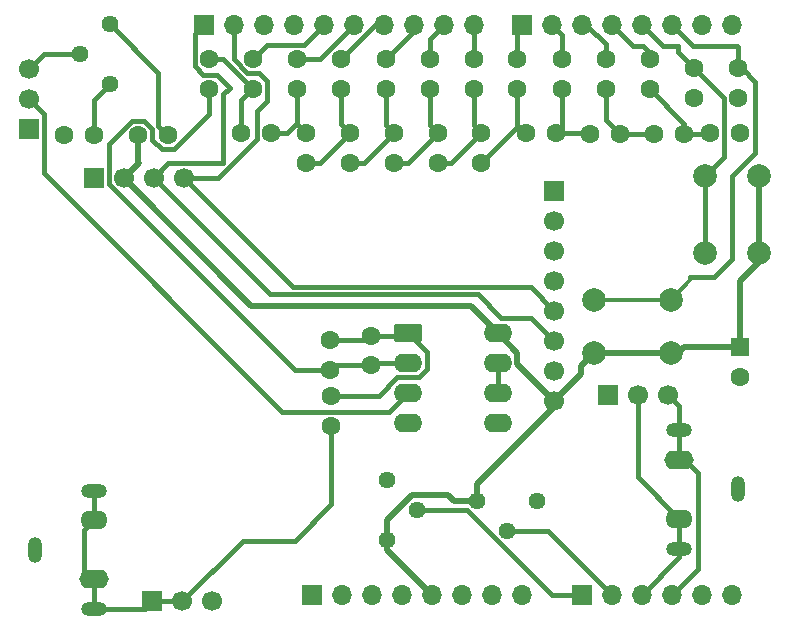
<source format=gbr>
%TF.GenerationSoftware,KiCad,Pcbnew,9.0.7*%
%TF.CreationDate,2026-02-04T15:49:07-07:00*%
%TF.ProjectId,Uno_Shield_DSP_Class_v1,556e6f5f-5368-4696-956c-645f4453505f,rev?*%
%TF.SameCoordinates,Original*%
%TF.FileFunction,Copper,L1,Top*%
%TF.FilePolarity,Positive*%
%FSLAX46Y46*%
G04 Gerber Fmt 4.6, Leading zero omitted, Abs format (unit mm)*
G04 Created by KiCad (PCBNEW 9.0.7) date 2026-02-04 15:49:07*
%MOMM*%
%LPD*%
G01*
G04 APERTURE LIST*
G04 Aperture macros list*
%AMRoundRect*
0 Rectangle with rounded corners*
0 $1 Rounding radius*
0 $2 $3 $4 $5 $6 $7 $8 $9 X,Y pos of 4 corners*
0 Add a 4 corners polygon primitive as box body*
4,1,4,$2,$3,$4,$5,$6,$7,$8,$9,$2,$3,0*
0 Add four circle primitives for the rounded corners*
1,1,$1+$1,$2,$3*
1,1,$1+$1,$4,$5*
1,1,$1+$1,$6,$7*
1,1,$1+$1,$8,$9*
0 Add four rect primitives between the rounded corners*
20,1,$1+$1,$2,$3,$4,$5,0*
20,1,$1+$1,$4,$5,$6,$7,0*
20,1,$1+$1,$6,$7,$8,$9,0*
20,1,$1+$1,$8,$9,$2,$3,0*%
G04 Aperture macros list end*
%TA.AperFunction,ComponentPad*%
%ADD10R,1.700000X1.700000*%
%TD*%
%TA.AperFunction,ComponentPad*%
%ADD11O,1.700000X1.700000*%
%TD*%
%TA.AperFunction,ComponentPad*%
%ADD12C,1.600000*%
%TD*%
%TA.AperFunction,ComponentPad*%
%ADD13C,2.000000*%
%TD*%
%TA.AperFunction,ComponentPad*%
%ADD14C,1.700000*%
%TD*%
%TA.AperFunction,ComponentPad*%
%ADD15O,2.200000X1.200000*%
%TD*%
%TA.AperFunction,ComponentPad*%
%ADD16O,2.300000X1.600000*%
%TD*%
%TA.AperFunction,ComponentPad*%
%ADD17O,1.200000X2.200000*%
%TD*%
%TA.AperFunction,ComponentPad*%
%ADD18O,2.500000X1.600000*%
%TD*%
%TA.AperFunction,ComponentPad*%
%ADD19RoundRect,0.250000X-0.550000X0.550000X-0.550000X-0.550000X0.550000X-0.550000X0.550000X0.550000X0*%
%TD*%
%TA.AperFunction,ComponentPad*%
%ADD20C,1.440000*%
%TD*%
%TA.AperFunction,ComponentPad*%
%ADD21RoundRect,0.250000X-0.950000X-0.550000X0.950000X-0.550000X0.950000X0.550000X-0.950000X0.550000X0*%
%TD*%
%TA.AperFunction,ComponentPad*%
%ADD22O,2.400000X1.600000*%
%TD*%
%TA.AperFunction,Conductor*%
%ADD23C,0.508000*%
%TD*%
%TA.AperFunction,Conductor*%
%ADD24C,0.381000*%
%TD*%
%TA.AperFunction,Conductor*%
%ADD25C,0.304800*%
%TD*%
G04 APERTURE END LIST*
D10*
%TO.P,J1,1,Pin_1*%
%TO.N,unconnected-(J1-Pin_1-Pad1)*%
X127940000Y-97460000D03*
D11*
%TO.P,J1,2,Pin_2*%
%TO.N,/IOREF*%
X130480000Y-97460000D03*
%TO.P,J1,3,Pin_3*%
%TO.N,/~{RESET}*%
X133020000Y-97460000D03*
%TO.P,J1,4,Pin_4*%
%TO.N,+3V3*%
X135560000Y-97460000D03*
%TO.P,J1,5,Pin_5*%
%TO.N,+5V*%
X138100000Y-97460000D03*
%TO.P,J1,6,Pin_6*%
%TO.N,GND*%
X140640000Y-97460000D03*
%TO.P,J1,7,Pin_7*%
X143180000Y-97460000D03*
%TO.P,J1,8,Pin_8*%
%TO.N,VCC*%
X145720000Y-97460000D03*
%TD*%
D10*
%TO.P,J3,1,Pin_1*%
%TO.N,/A0*%
X150800000Y-97460000D03*
D11*
%TO.P,J3,2,Pin_2*%
%TO.N,/A1*%
X153340000Y-97460000D03*
%TO.P,J3,3,Pin_3*%
%TO.N,/IN_RIGHT*%
X155880000Y-97460000D03*
%TO.P,J3,4,Pin_4*%
%TO.N,/IN_LEFT*%
X158420000Y-97460000D03*
%TO.P,J3,5,Pin_5*%
%TO.N,/SDA{slash}A4*%
X160960000Y-97460000D03*
%TO.P,J3,6,Pin_6*%
%TO.N,/SCL{slash}A5*%
X163500000Y-97460000D03*
%TD*%
D10*
%TO.P,J2,1,Pin_1*%
%TO.N,/SCL*%
X118796000Y-49200000D03*
D11*
%TO.P,J2,2,Pin_2*%
%TO.N,/SDA*%
X121336000Y-49200000D03*
%TO.P,J2,3,Pin_3*%
%TO.N,/AREF*%
X123876000Y-49200000D03*
%TO.P,J2,4,Pin_4*%
%TO.N,GND*%
X126416000Y-49200000D03*
%TO.P,J2,5,Pin_5*%
%TO.N,/D9*%
X128956000Y-49200000D03*
%TO.P,J2,6,Pin_6*%
%TO.N,/D8*%
X131496000Y-49200000D03*
%TO.P,J2,7,Pin_7*%
%TO.N,/D7*%
X134036000Y-49200000D03*
%TO.P,J2,8,Pin_8*%
%TO.N,/D6*%
X136576000Y-49200000D03*
%TO.P,J2,9,Pin_9*%
%TO.N,/D5*%
X139116000Y-49200000D03*
%TO.P,J2,10,Pin_10*%
%TO.N,/D4*%
X141656000Y-49200000D03*
%TD*%
D10*
%TO.P,J4,1,Pin_1*%
%TO.N,/D3*%
X145720000Y-49200000D03*
D11*
%TO.P,J4,2,Pin_2*%
%TO.N,/D2*%
X148260000Y-49200000D03*
%TO.P,J4,3,Pin_3*%
%TO.N,/D1*%
X150800000Y-49200000D03*
%TO.P,J4,4,Pin_4*%
%TO.N,/D0*%
X153340000Y-49200000D03*
%TO.P,J4,5,Pin_5*%
%TO.N,/BT2*%
X155880000Y-49200000D03*
%TO.P,J4,6,Pin_6*%
%TO.N,/BT1*%
X158420000Y-49200000D03*
%TO.P,J4,7,Pin_7*%
%TO.N,/TX{slash}1*%
X160960000Y-49200000D03*
%TO.P,J4,8,Pin_8*%
%TO.N,/RX{slash}0*%
X163500000Y-49200000D03*
%TD*%
D12*
%TO.P,R9,1*%
%TO.N,Net-(R10-Pad1)*%
X146066703Y-58335164D03*
%TO.P,R9,2*%
%TO.N,Net-(R7-Pad1)*%
X148606703Y-58335164D03*
%TD*%
%TO.P,R13,1*%
%TO.N,Net-(R13-Pad1)*%
X138625738Y-58356971D03*
%TO.P,R13,2*%
%TO.N,Net-(R11-Pad1)*%
X138625738Y-60896971D03*
%TD*%
%TO.P,R14,1*%
%TO.N,Net-(R13-Pad1)*%
X137925567Y-54596666D03*
%TO.P,R14,2*%
%TO.N,/D5*%
X137925567Y-52056666D03*
%TD*%
%TO.P,R18,1*%
%TO.N,Net-(R17-Pad1)*%
X130457533Y-54596666D03*
%TO.P,R18,2*%
%TO.N,/D7*%
X130457533Y-52056666D03*
%TD*%
%TO.P,R4,1*%
%TO.N,Net-(R3-Pad2)*%
X156593772Y-54631147D03*
%TO.P,R4,2*%
%TO.N,/D0*%
X156593772Y-52091147D03*
%TD*%
%TO.P,R15,1*%
%TO.N,Net-(R15-Pad1)*%
X134928937Y-58332161D03*
%TO.P,R15,2*%
%TO.N,Net-(R13-Pad1)*%
X134928937Y-60872161D03*
%TD*%
%TO.P,R19,1*%
%TO.N,Net-(R19-Pad1)*%
X127460903Y-58332161D03*
%TO.P,R19,2*%
%TO.N,Net-(R17-Pad1)*%
X127460903Y-60872161D03*
%TD*%
%TO.P,C2,1*%
%TO.N,Net-(U1A--)*%
X133000000Y-78000000D03*
%TO.P,C2,2*%
%TO.N,Net-(C2-Pad2)*%
X133000000Y-75500000D03*
%TD*%
%TO.P,R7,1*%
%TO.N,Net-(R7-Pad1)*%
X151504981Y-58409597D03*
%TO.P,R7,2*%
%TO.N,Net-(R5-Pad1)*%
X154044981Y-58409597D03*
%TD*%
%TO.P,R21,1*%
%TO.N,Net-(R21-Pad1)*%
X121990805Y-58336996D03*
%TO.P,R21,2*%
%TO.N,Net-(R19-Pad1)*%
X124530805Y-58336996D03*
%TD*%
D13*
%TO.P,SW2,1,1*%
%TO.N,+5V*%
X165785091Y-61970146D03*
X165785091Y-68470146D03*
%TO.P,SW2,2,2*%
%TO.N,/BT2*%
X161285091Y-61970146D03*
X161285091Y-68470146D03*
%TD*%
D12*
%TO.P,R20,1*%
%TO.N,Net-(R19-Pad1)*%
X126711111Y-54621477D03*
%TO.P,R20,2*%
%TO.N,/D8*%
X126711111Y-52081477D03*
%TD*%
%TO.P,R6,1*%
%TO.N,Net-(R5-Pad1)*%
X152847350Y-54606336D03*
%TO.P,R6,2*%
%TO.N,/D1*%
X152847350Y-52066336D03*
%TD*%
D10*
%TO.P,J7,1,Pin_1*%
%TO.N,/AUDIO_OUT*%
X114460000Y-98000000D03*
D14*
%TO.P,J7,2,Pin_2*%
X117000000Y-98000000D03*
%TO.P,J7,3,Pin_3*%
%TO.N,GND*%
X119540000Y-98000000D03*
%TD*%
D12*
%TO.P,R10,1*%
%TO.N,Net-(R10-Pad1)*%
X145362075Y-54642503D03*
%TO.P,R10,2*%
%TO.N,/D3*%
X145362075Y-52102503D03*
%TD*%
D10*
%TO.P,J5,1,Pin_1*%
%TO.N,unconnected-(J5-Pin_1-Pad1)*%
X148457417Y-63237225D03*
D14*
%TO.P,J5,2,Pin_2*%
%TO.N,unconnected-(J5-Pin_2-Pad2)*%
X148457417Y-65777225D03*
%TO.P,J5,3,Pin_3*%
%TO.N,unconnected-(J5-Pin_3-Pad3)*%
X148457417Y-68317225D03*
%TO.P,J5,4,Pin_4*%
%TO.N,unconnected-(J5-Pin_4-Pad4)*%
X148457417Y-70857225D03*
%TO.P,J5,5,Pin_5*%
%TO.N,/SDA*%
X148457417Y-73397225D03*
%TO.P,J5,6,Pin_6*%
%TO.N,/SCL*%
X148457417Y-75937225D03*
%TO.P,J5,7,Pin_7*%
%TO.N,GND*%
X148457417Y-78477225D03*
%TO.P,J5,8,Pin_8*%
%TO.N,+5V*%
X148457417Y-81017225D03*
%TD*%
D12*
%TO.P,R26,1*%
%TO.N,Net-(R26-Pad1)*%
X109509523Y-58523076D03*
%TO.P,R26,2*%
%TO.N,GND*%
X106969523Y-58523076D03*
%TD*%
D15*
%TO.P,J11,R*%
%TO.N,/AUDIO_OUT*%
X109489660Y-88639587D03*
D16*
%TO.P,J11,RN*%
X109489660Y-91139587D03*
D17*
%TO.P,J11,S*%
%TO.N,GND*%
X104489660Y-93639587D03*
D15*
%TO.P,J11,T*%
%TO.N,/AUDIO_OUT*%
X109489660Y-98639587D03*
D18*
%TO.P,J11,TN*%
X109489660Y-96139587D03*
%TD*%
D12*
%TO.P,R5,1*%
%TO.N,Net-(R5-Pad1)*%
X156971025Y-58409597D03*
%TO.P,R5,2*%
%TO.N,Net-(R3-Pad2)*%
X159511025Y-58409597D03*
%TD*%
D19*
%TO.P,C1,1*%
%TO.N,+5V*%
X164216336Y-76500000D03*
D12*
%TO.P,C1,2*%
%TO.N,GND*%
X164216336Y-79000000D03*
%TD*%
%TO.P,R24,1*%
%TO.N,Net-(C2-Pad2)*%
X129532183Y-75882242D03*
%TO.P,R24,2*%
%TO.N,Net-(U1A--)*%
X129532183Y-78422242D03*
%TD*%
%TO.P,R12,1*%
%TO.N,Net-(R11-Pad1)*%
X141671990Y-54646288D03*
%TO.P,R12,2*%
%TO.N,/D4*%
X141671990Y-52106288D03*
%TD*%
D13*
%TO.P,SW1,1,1*%
%TO.N,+5V*%
X158343155Y-76967040D03*
X151843155Y-76967040D03*
%TO.P,SW1,2,2*%
%TO.N,/BT1*%
X158343155Y-72467040D03*
X151843155Y-72467040D03*
%TD*%
D12*
%TO.P,R11,1*%
%TO.N,Net-(R11-Pad1)*%
X142322539Y-58356971D03*
%TO.P,R11,2*%
%TO.N,Net-(R10-Pad1)*%
X142322539Y-60896971D03*
%TD*%
%TO.P,R22,1*%
%TO.N,Net-(R21-Pad1)*%
X122989499Y-54596666D03*
%TO.P,R22,2*%
%TO.N,/D9*%
X122989499Y-52056666D03*
%TD*%
D10*
%TO.P,J12,1,Pin_1*%
%TO.N,GND*%
X153000000Y-80500000D03*
D14*
%TO.P,J12,2,Pin_2*%
%TO.N,/IN_RIGHT*%
X155540000Y-80500000D03*
%TO.P,J12,3,Pin_3*%
%TO.N,/IN_LEFT*%
X158080000Y-80500000D03*
%TD*%
D12*
%TO.P,R1,1*%
%TO.N,/BT1*%
X164070207Y-52876007D03*
%TO.P,R1,2*%
%TO.N,GND*%
X164070207Y-55416007D03*
%TD*%
%TO.P,R27,1*%
%TO.N,/AUDIO_OUT*%
X129572646Y-83136306D03*
%TO.P,R27,2*%
%TO.N,Net-(C2-Pad2)*%
X129572646Y-80596306D03*
%TD*%
%TO.P,R17,1*%
%TO.N,Net-(R17-Pad1)*%
X131182515Y-58332161D03*
%TO.P,R17,2*%
%TO.N,Net-(R15-Pad1)*%
X131182515Y-60872161D03*
%TD*%
%TO.P,R25,1*%
%TO.N,+5V*%
X113231135Y-58523076D03*
%TO.P,R25,2*%
%TO.N,Net-(R25-Pad2)*%
X115771135Y-58523076D03*
%TD*%
%TO.P,R16,1*%
%TO.N,Net-(R15-Pad1)*%
X134228766Y-54596666D03*
%TO.P,R16,2*%
%TO.N,/D6*%
X134228766Y-52056666D03*
%TD*%
D20*
%TO.P,RV1,1,1*%
%TO.N,+5V*%
X134321116Y-92777815D03*
%TO.P,RV1,2,2*%
%TO.N,/A0*%
X136861116Y-90237815D03*
%TO.P,RV1,3,3*%
%TO.N,GND*%
X134321116Y-87697815D03*
%TD*%
D12*
%TO.P,R2,1*%
%TO.N,/BT2*%
X160348595Y-52868327D03*
%TO.P,R2,2*%
%TO.N,GND*%
X160348595Y-55408327D03*
%TD*%
D21*
%TO.P,U1,1*%
%TO.N,Net-(C2-Pad2)*%
X136097959Y-75293197D03*
D22*
%TO.P,U1,2,-*%
%TO.N,Net-(U1A--)*%
X136097959Y-77833197D03*
%TO.P,U1,3,+*%
%TO.N,Net-(J9-Pin_2)*%
X136097959Y-80373197D03*
%TO.P,U1,4,V-*%
%TO.N,GND*%
X136097959Y-82913197D03*
%TO.P,U1,5,+*%
X143717959Y-82913197D03*
%TO.P,U1,6,-*%
%TO.N,Net-(U1B--)*%
X143717959Y-80373197D03*
%TO.P,U1,7*%
X143717959Y-77833197D03*
%TO.P,U1,8,V+*%
%TO.N,+5V*%
X143717959Y-75293197D03*
%TD*%
D10*
%TO.P,J9,1,Pin_1*%
%TO.N,GND*%
X104000000Y-58000000D03*
D14*
%TO.P,J9,2,Pin_2*%
%TO.N,Net-(J9-Pin_2)*%
X104000000Y-55460000D03*
%TO.P,J9,3,Pin_3*%
%TO.N,Net-(J9-Pin_3)*%
X104000000Y-52920000D03*
%TD*%
D12*
%TO.P,R3,1*%
%TO.N,GND*%
X164181794Y-58372380D03*
%TO.P,R3,2*%
%TO.N,Net-(R3-Pad2)*%
X161641794Y-58372380D03*
%TD*%
D15*
%TO.P,J10,R*%
%TO.N,/IN_RIGHT*%
X159078993Y-93529403D03*
D16*
%TO.P,J10,RN*%
X159078993Y-91029403D03*
D17*
%TO.P,J10,S*%
%TO.N,GND*%
X164078993Y-88529403D03*
D15*
%TO.P,J10,T*%
%TO.N,/IN_LEFT*%
X159078993Y-83529403D03*
D18*
%TO.P,J10,TN*%
X159078993Y-86029403D03*
%TD*%
D20*
%TO.P,RV3,1,1*%
%TO.N,Net-(R25-Pad2)*%
X110835347Y-49116703D03*
%TO.P,RV3,2,2*%
%TO.N,Net-(J9-Pin_3)*%
X108295347Y-51656703D03*
%TO.P,RV3,3,3*%
%TO.N,Net-(R26-Pad1)*%
X110835347Y-54196703D03*
%TD*%
%TO.P,RV2,1,1*%
%TO.N,+5V*%
X141920000Y-89500000D03*
%TO.P,RV2,2,2*%
%TO.N,/A1*%
X144460000Y-92040000D03*
%TO.P,RV2,3,3*%
%TO.N,GND*%
X147000000Y-89500000D03*
%TD*%
D12*
%TO.P,R8,1*%
%TO.N,Net-(R7-Pad1)*%
X149100927Y-54631147D03*
%TO.P,R8,2*%
%TO.N,/D2*%
X149100927Y-52091147D03*
%TD*%
D10*
%TO.P,J6,1,Pin_1*%
%TO.N,GND*%
X109476959Y-62174908D03*
D14*
%TO.P,J6,2,Pin_2*%
%TO.N,+5V*%
X112016959Y-62174908D03*
%TO.P,J6,3,Pin_3*%
%TO.N,/SCL*%
X114556959Y-62174908D03*
%TO.P,J6,4,Pin_4*%
%TO.N,/SDA*%
X117096959Y-62174908D03*
%TD*%
D12*
%TO.P,R23,1*%
%TO.N,Net-(U1A--)*%
X119232234Y-54601501D03*
%TO.P,R23,2*%
%TO.N,Net-(R21-Pad1)*%
X119232234Y-52061501D03*
%TD*%
D23*
%TO.N,+5V*%
X143717959Y-75293197D02*
X145372959Y-76948197D01*
X150750000Y-78060195D02*
X151843155Y-76967040D01*
X158343155Y-76967040D02*
X158967040Y-76967040D01*
X134321116Y-91116114D02*
X136437230Y-89000000D01*
X134321116Y-92777815D02*
X134321116Y-91116114D01*
X141424762Y-73000000D02*
X143717959Y-75293197D01*
X113231135Y-60960732D02*
X113321959Y-60869908D01*
X165785091Y-68470146D02*
X165785091Y-61970146D01*
X136437230Y-89000000D02*
X139500000Y-89000000D01*
X139500000Y-89000000D02*
X140000000Y-89500000D01*
X145372959Y-77932767D02*
X148457417Y-81017225D01*
X113231135Y-58523076D02*
X113231135Y-60960732D01*
X148457417Y-81542583D02*
X141920000Y-88080000D01*
X151843155Y-76967040D02*
X158343155Y-76967040D01*
X150750000Y-78724642D02*
X148457417Y-81017225D01*
X141920000Y-88080000D02*
X141920000Y-89500000D01*
X134321116Y-93681116D02*
X134321116Y-92777815D01*
X112016959Y-62174908D02*
X122842051Y-73000000D01*
X150750000Y-78724642D02*
X150750000Y-78060195D01*
X165785091Y-69285091D02*
X164216336Y-70853846D01*
X140000000Y-89500000D02*
X141920000Y-89500000D01*
X165785091Y-68470146D02*
X165785091Y-69285091D01*
X113231135Y-60960732D02*
X112016959Y-62174908D01*
X122842051Y-73000000D02*
X141424762Y-73000000D01*
X138100000Y-97460000D02*
X134321116Y-93681116D01*
X158967040Y-76967040D02*
X159434080Y-76500000D01*
X164216336Y-70853846D02*
X164216336Y-76500000D01*
X159434080Y-76500000D02*
X164216336Y-76500000D01*
X145372959Y-76948197D02*
X145372959Y-77932767D01*
X148457417Y-81017225D02*
X148457417Y-81542583D01*
D24*
%TO.N,/A0*%
X148308101Y-97460000D02*
X150800000Y-97460000D01*
X136861116Y-90237815D02*
X141085916Y-90237815D01*
X141085916Y-90237815D02*
X148308101Y-97460000D01*
%TO.N,/A1*%
X144460000Y-92040000D02*
X147920000Y-92040000D01*
X147920000Y-92040000D02*
X153340000Y-97460000D01*
%TO.N,/SCL*%
X118738698Y-53410001D02*
X119910001Y-53410001D01*
X146520192Y-74000000D02*
X148457417Y-75937225D01*
X119910001Y-53410001D02*
X121000000Y-54500000D01*
X124382051Y-72000000D02*
X142000000Y-72000000D01*
X114556959Y-62174908D02*
X124382051Y-72000000D01*
X120423382Y-55076618D02*
X120423382Y-60923383D01*
X118040734Y-52712037D02*
X118738698Y-53410001D01*
X115808484Y-60923383D02*
X114556959Y-62174908D01*
X118040734Y-49955266D02*
X118040734Y-52712037D01*
X144000000Y-74000000D02*
X146520192Y-74000000D01*
X118796000Y-49200000D02*
X118040734Y-49955266D01*
X142000000Y-72000000D02*
X144000000Y-74000000D01*
X120423382Y-60923383D02*
X115808484Y-60923383D01*
X121000000Y-54500000D02*
X120423382Y-55076618D01*
%TO.N,/SDA*%
X124180999Y-55625766D02*
X124180999Y-53946130D01*
X146478192Y-71418000D02*
X126340051Y-71418000D01*
X148457417Y-73397225D02*
X146478192Y-71418000D01*
X121336000Y-52088203D02*
X121336000Y-49200000D01*
X122495963Y-53248166D02*
X121336000Y-52088203D01*
X117096959Y-62174908D02*
X119994929Y-62174908D01*
X123339305Y-58830532D02*
X123339305Y-56467460D01*
X123483035Y-53248166D02*
X122495963Y-53248166D01*
X123339305Y-56467460D02*
X124180999Y-55625766D01*
X119994929Y-62174908D02*
X123339305Y-58830532D01*
X117096959Y-62174908D02*
X117544635Y-61727232D01*
X126340051Y-71418000D02*
X117096959Y-62174908D01*
X124180999Y-53946130D02*
X123483035Y-53248166D01*
%TO.N,/BT1*%
X165500000Y-54000000D02*
X165500000Y-60000000D01*
D25*
X151843155Y-72467040D02*
X158343155Y-72467040D01*
D24*
X164000000Y-51000000D02*
X160220000Y-51000000D01*
X165500000Y-60000000D02*
X163500000Y-62000000D01*
X163500000Y-62000000D02*
X163500000Y-69000000D01*
X163500000Y-69000000D02*
X162000000Y-70500000D01*
D25*
X158343155Y-72467040D02*
X160000000Y-70810195D01*
D24*
X164070207Y-51070207D02*
X164000000Y-51000000D01*
D25*
X160000000Y-70810195D02*
X160000000Y-70500000D01*
D24*
X164070207Y-52876007D02*
X164070207Y-51070207D01*
X162000000Y-70500000D02*
X160000000Y-70500000D01*
X164376007Y-52876007D02*
X165500000Y-54000000D01*
X164070207Y-52876007D02*
X164376007Y-52876007D01*
X160220000Y-51000000D02*
X158420000Y-49200000D01*
%TO.N,/BT2*%
X157680000Y-51000000D02*
X155880000Y-49200000D01*
X161285091Y-68470146D02*
X161285091Y-61970146D01*
X162833294Y-55353026D02*
X160348595Y-52868327D01*
X159000000Y-51519732D02*
X159000000Y-51000000D01*
X161285091Y-61970146D02*
X162833294Y-60421943D01*
X162833294Y-60421943D02*
X162833294Y-55353026D01*
X159000000Y-51000000D02*
X157680000Y-51000000D01*
X160348595Y-52868327D02*
X159000000Y-51519732D01*
%TO.N,Net-(C2-Pad2)*%
X137689459Y-78326732D02*
X137689459Y-76884697D01*
X137689459Y-76884697D02*
X136097959Y-75293197D01*
X129532183Y-75882242D02*
X132617758Y-75882242D01*
X129572646Y-80596306D02*
X133632815Y-80596306D01*
X135204424Y-79024697D02*
X136991494Y-79024697D01*
X135891156Y-75500000D02*
X136097959Y-75293197D01*
X132617758Y-75882242D02*
X133000000Y-75500000D01*
X133000000Y-75500000D02*
X135891156Y-75500000D01*
X133632815Y-80596306D02*
X135204424Y-79024697D01*
X136991494Y-79024697D02*
X137689459Y-78326732D01*
%TO.N,Net-(U1A--)*%
X112737599Y-57331576D02*
X110775459Y-59293716D01*
X116264671Y-59714576D02*
X115237741Y-59714576D01*
X129954425Y-78000000D02*
X129532183Y-78422242D01*
X133166803Y-77833197D02*
X133000000Y-78000000D01*
X126508546Y-78422242D02*
X129532183Y-78422242D01*
X110775459Y-59293716D02*
X110775459Y-62689155D01*
X136097959Y-77833197D02*
X133166803Y-77833197D01*
X114422635Y-58029540D02*
X113724671Y-57331576D01*
X115237741Y-59714576D02*
X114422635Y-58899470D01*
X110775459Y-62689155D02*
X126508546Y-78422242D01*
X119232234Y-54601501D02*
X119232234Y-56747013D01*
X113724671Y-57331576D02*
X112737599Y-57331576D01*
X133000000Y-78000000D02*
X129954425Y-78000000D01*
X114422635Y-58899470D02*
X114422635Y-58029540D01*
X119232234Y-56747013D02*
X116264671Y-59714576D01*
%TO.N,/D7*%
X130457533Y-52056666D02*
X133314199Y-49200000D01*
X133314199Y-49200000D02*
X134036000Y-49200000D01*
%TO.N,/D8*%
X126711111Y-52081477D02*
X128614523Y-52081477D01*
X128614523Y-52081477D02*
X131496000Y-49200000D01*
%TO.N,/D9*%
X127266023Y-50889977D02*
X128956000Y-49200000D01*
X122989499Y-52056666D02*
X124156188Y-50889977D01*
X124156188Y-50889977D02*
X127266023Y-50889977D01*
%TO.N,/D6*%
X134228766Y-52056666D02*
X136576000Y-49709432D01*
X136576000Y-49709432D02*
X136576000Y-49200000D01*
%TO.N,/D4*%
X141671990Y-49215990D02*
X141656000Y-49200000D01*
X141671990Y-52106288D02*
X141671990Y-49215990D01*
%TO.N,/D5*%
X137925567Y-50390433D02*
X139116000Y-49200000D01*
X137925567Y-52056666D02*
X137925567Y-50390433D01*
%TO.N,/IN_RIGHT*%
X159078993Y-94261007D02*
X159078993Y-93529403D01*
X159078993Y-91029403D02*
X159078993Y-93529403D01*
X155540000Y-87490410D02*
X155540000Y-80500000D01*
X155880000Y-97460000D02*
X159078993Y-94261007D01*
X159078993Y-91029403D02*
X155540000Y-87490410D01*
%TO.N,/IN_LEFT*%
X159078993Y-86029403D02*
X159078993Y-83529403D01*
X159078993Y-86029403D02*
X159529403Y-86029403D01*
X159529403Y-86029403D02*
X160620493Y-87120493D01*
X159078993Y-81498993D02*
X158080000Y-80500000D01*
X160620493Y-95259507D02*
X158420000Y-97460000D01*
X159078993Y-83529403D02*
X159078993Y-81498993D01*
X160620493Y-87120493D02*
X160620493Y-95259507D01*
D23*
X158529403Y-83529403D02*
X159078993Y-83529403D01*
D24*
%TO.N,/D3*%
X145362075Y-52102503D02*
X145362075Y-49557925D01*
X145362075Y-49557925D02*
X145720000Y-49200000D01*
%TO.N,/D2*%
X149100927Y-52091147D02*
X149100927Y-50040927D01*
X149100927Y-50040927D02*
X148260000Y-49200000D01*
%TO.N,/D0*%
X156593772Y-52091147D02*
X156593772Y-51593772D01*
X155140000Y-51000000D02*
X153340000Y-49200000D01*
X156593772Y-51593772D02*
X156000000Y-51000000D01*
X156000000Y-51000000D02*
X155140000Y-51000000D01*
%TO.N,/D1*%
X152847350Y-50847350D02*
X151200000Y-49200000D01*
X151200000Y-49200000D02*
X150800000Y-49200000D01*
X152847350Y-52066336D02*
X152847350Y-50847350D01*
%TO.N,/AUDIO_OUT*%
X117000000Y-98000000D02*
X114460000Y-98000000D01*
X122130000Y-92870000D02*
X126500000Y-92870000D01*
X109489660Y-96139587D02*
X108698160Y-95348087D01*
X109489660Y-96139587D02*
X109489660Y-98639587D01*
X126500000Y-92870000D02*
X129572646Y-89797354D01*
X113820413Y-98639587D02*
X114460000Y-98000000D01*
X108698160Y-95348087D02*
X108698160Y-91931087D01*
X109489660Y-88639587D02*
X109489660Y-91139587D01*
X108698160Y-91931087D02*
X109489660Y-91139587D01*
X129572646Y-89797354D02*
X129572646Y-83136306D01*
X117000000Y-98000000D02*
X122130000Y-92870000D01*
X109489660Y-98639587D02*
X113820413Y-98639587D01*
%TO.N,Net-(J9-Pin_3)*%
X104000000Y-52920000D02*
X105263297Y-51656703D01*
X105263297Y-51656703D02*
X108295347Y-51656703D01*
%TO.N,Net-(J9-Pin_2)*%
X125461806Y-81944806D02*
X105241500Y-61724500D01*
X105241500Y-56701500D02*
X104000000Y-55460000D01*
X105241500Y-61724500D02*
X105241500Y-56701500D01*
X134526350Y-81944806D02*
X125461806Y-81944806D01*
X136097959Y-80373197D02*
X134526350Y-81944806D01*
%TO.N,Net-(R3-Pad2)*%
X161604577Y-58409597D02*
X161641794Y-58372380D01*
X156593772Y-54631147D02*
X159511025Y-57548400D01*
X159511025Y-58409597D02*
X161604577Y-58409597D01*
X159511025Y-57548400D02*
X159511025Y-58409597D01*
%TO.N,Net-(R5-Pad1)*%
X152847350Y-54606336D02*
X152847350Y-57211966D01*
X154044981Y-58409597D02*
X156971025Y-58409597D01*
X152847350Y-57211966D02*
X154044981Y-58409597D01*
%TO.N,Net-(R7-Pad1)*%
X149100927Y-54631147D02*
X149100927Y-57840940D01*
X149100927Y-57840940D02*
X148606703Y-58335164D01*
X151430548Y-58335164D02*
X151504981Y-58409597D01*
X148606703Y-58335164D02*
X151430548Y-58335164D01*
%TO.N,Net-(R10-Pad1)*%
X145362075Y-57857435D02*
X145362075Y-57630536D01*
X145362075Y-57630536D02*
X146066703Y-58335164D01*
X142322539Y-60896971D02*
X145362075Y-57857435D01*
X145362075Y-54642503D02*
X145362075Y-57630536D01*
%TO.N,Net-(R11-Pad1)*%
X141671990Y-54646288D02*
X141671990Y-57706422D01*
X141671990Y-57706422D02*
X142322539Y-58356971D01*
X139782539Y-60896971D02*
X142322539Y-58356971D01*
X138625738Y-60896971D02*
X139782539Y-60896971D01*
%TO.N,Net-(R13-Pad1)*%
X136110548Y-60872161D02*
X138625738Y-58356971D01*
X137925567Y-57656800D02*
X138625738Y-58356971D01*
X134928937Y-60872161D02*
X136110548Y-60872161D01*
X137925567Y-54596666D02*
X137925567Y-57656800D01*
%TO.N,Net-(R15-Pad1)*%
X132388937Y-60872161D02*
X134928937Y-58332161D01*
X134228766Y-54596666D02*
X134228766Y-57631990D01*
X134228766Y-57631990D02*
X134928937Y-58332161D01*
X131182515Y-60872161D02*
X132388937Y-60872161D01*
%TO.N,Net-(R17-Pad1)*%
X128642515Y-60872161D02*
X131182515Y-58332161D01*
X130457533Y-54596666D02*
X130457533Y-57607179D01*
X127460903Y-60872161D02*
X128642515Y-60872161D01*
X130457533Y-57607179D02*
X131182515Y-58332161D01*
%TO.N,Net-(R19-Pad1)*%
X126711111Y-54621477D02*
X126711111Y-57500000D01*
X124530805Y-58336996D02*
X125874115Y-58336996D01*
X126711111Y-57582369D02*
X127460903Y-58332161D01*
X125874115Y-58336996D02*
X126711111Y-57500000D01*
X126711111Y-57500000D02*
X126711111Y-57582369D01*
%TO.N,Net-(R21-Pad1)*%
X119232234Y-52061501D02*
X120454334Y-52061501D01*
X121990805Y-55595360D02*
X122989499Y-54596666D01*
X120454334Y-52061501D02*
X122989499Y-54596666D01*
X121990805Y-58336996D02*
X121990805Y-55595360D01*
%TO.N,Net-(R25-Pad2)*%
X114971136Y-57723077D02*
X114971136Y-53252492D01*
X115771135Y-58523076D02*
X114971136Y-57723077D01*
X114971136Y-53252492D02*
X110835347Y-49116703D01*
%TO.N,Net-(R26-Pad1)*%
X109509523Y-58523076D02*
X109509523Y-55522527D01*
X109509523Y-55522527D02*
X110835347Y-54196703D01*
%TO.N,Net-(U1B--)*%
X143717959Y-77833197D02*
X143717959Y-80373197D01*
%TD*%
M02*

</source>
